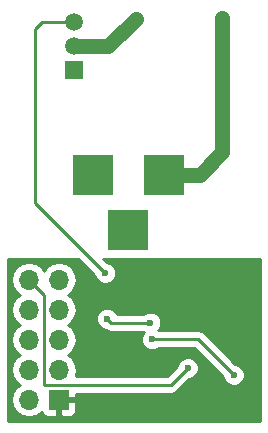
<source format=gbl>
G04 #@! TF.FileFunction,Copper,L2,Bot,Signal*
%FSLAX46Y46*%
G04 Gerber Fmt 4.6, Leading zero omitted, Abs format (unit mm)*
G04 Created by KiCad (PCBNEW 4.0.7-e1-6374~58~ubuntu16.04.1) date Sun Aug 13 09:38:41 2017*
%MOMM*%
%LPD*%
G01*
G04 APERTURE LIST*
%ADD10C,0.100000*%
%ADD11R,3.500000X3.500000*%
%ADD12R,1.500000X1.500000*%
%ADD13C,1.500000*%
%ADD14R,1.700000X1.700000*%
%ADD15O,1.700000X1.700000*%
%ADD16C,0.600000*%
%ADD17C,1.270000*%
%ADD18C,0.250000*%
%ADD19C,0.254000*%
G04 APERTURE END LIST*
D10*
D11*
X166370000Y-80010000D03*
X160370000Y-80010000D03*
X163370000Y-84710000D03*
D12*
X158750000Y-71120000D03*
D13*
X158750000Y-69120000D03*
X158750000Y-67120000D03*
D14*
X157480000Y-99060000D03*
D15*
X154940000Y-99060000D03*
X157480000Y-96520000D03*
X154940000Y-96520000D03*
X157480000Y-93980000D03*
X154940000Y-93980000D03*
X157480000Y-91440000D03*
X154940000Y-91440000D03*
X157480000Y-88900000D03*
X154940000Y-88900000D03*
D16*
X171323000Y-66723000D03*
X171323000Y-66723000D03*
X163997884Y-66797282D03*
X170180000Y-88900000D03*
X169949282Y-93020546D03*
X165224325Y-92547682D03*
X161544000Y-92202000D03*
X168398877Y-96394979D03*
X172291784Y-96984849D03*
X165364518Y-93969873D03*
X161408086Y-88353255D03*
D17*
X171323000Y-66723000D02*
X171323000Y-78077000D01*
X171323000Y-78077000D02*
X169390000Y-80010000D01*
X169390000Y-80010000D02*
X166370000Y-80010000D01*
X161675166Y-69120000D02*
X163997884Y-66797282D01*
X158750000Y-69120000D02*
X161675166Y-69120000D01*
D18*
X159004000Y-69088000D02*
X158750000Y-69088000D01*
X158750000Y-69088000D02*
X158750000Y-69120000D01*
X161889682Y-92547682D02*
X165224325Y-92547682D01*
X161544000Y-92202000D02*
X161889682Y-92547682D01*
X156210000Y-97790000D02*
X156229049Y-97809049D01*
X166984807Y-97809049D02*
X168398877Y-96394979D01*
X156210000Y-90170000D02*
X156210000Y-97790000D01*
X154940000Y-88900000D02*
X156210000Y-90170000D01*
X156229049Y-97809049D02*
X166984807Y-97809049D01*
X158750000Y-67120000D02*
X156087917Y-67120000D01*
X156087917Y-67120000D02*
X155484477Y-67723440D01*
X155484477Y-67723440D02*
X155484477Y-82429646D01*
X155484477Y-82429646D02*
X161408086Y-88353255D01*
X169276808Y-93969873D02*
X172291784Y-96984849D01*
X165364518Y-93969873D02*
X169276808Y-93969873D01*
D19*
G36*
X160472964Y-88492935D02*
X160472924Y-88538422D01*
X160614969Y-88882198D01*
X160877759Y-89145447D01*
X161221287Y-89288093D01*
X161593253Y-89288417D01*
X161937029Y-89146372D01*
X162200278Y-88883582D01*
X162342924Y-88540054D01*
X162343248Y-88168088D01*
X162201203Y-87824312D01*
X161938413Y-87561063D01*
X161594885Y-87418417D01*
X161548009Y-87418376D01*
X161251633Y-87122000D01*
X174498000Y-87122000D01*
X174498000Y-100890000D01*
X153162000Y-100890000D01*
X153162000Y-88900000D01*
X153425907Y-88900000D01*
X153538946Y-89468285D01*
X153860853Y-89950054D01*
X154190026Y-90170000D01*
X153860853Y-90389946D01*
X153538946Y-90871715D01*
X153425907Y-91440000D01*
X153538946Y-92008285D01*
X153860853Y-92490054D01*
X154190026Y-92710000D01*
X153860853Y-92929946D01*
X153538946Y-93411715D01*
X153425907Y-93980000D01*
X153538946Y-94548285D01*
X153860853Y-95030054D01*
X154190026Y-95250000D01*
X153860853Y-95469946D01*
X153538946Y-95951715D01*
X153425907Y-96520000D01*
X153538946Y-97088285D01*
X153860853Y-97570054D01*
X154190026Y-97790000D01*
X153860853Y-98009946D01*
X153538946Y-98491715D01*
X153425907Y-99060000D01*
X153538946Y-99628285D01*
X153860853Y-100110054D01*
X154342622Y-100431961D01*
X154910907Y-100545000D01*
X154969093Y-100545000D01*
X155537378Y-100431961D01*
X156019147Y-100110054D01*
X156023097Y-100104142D01*
X156091673Y-100269699D01*
X156270302Y-100448327D01*
X156503691Y-100545000D01*
X157194250Y-100545000D01*
X157353000Y-100386250D01*
X157353000Y-99187000D01*
X157607000Y-99187000D01*
X157607000Y-100386250D01*
X157765750Y-100545000D01*
X158456309Y-100545000D01*
X158689698Y-100448327D01*
X158868327Y-100269699D01*
X158965000Y-100036310D01*
X158965000Y-99345750D01*
X158806250Y-99187000D01*
X157607000Y-99187000D01*
X157353000Y-99187000D01*
X157333000Y-99187000D01*
X157333000Y-98933000D01*
X157353000Y-98933000D01*
X157353000Y-98913000D01*
X157607000Y-98913000D01*
X157607000Y-98933000D01*
X158806250Y-98933000D01*
X158965000Y-98774250D01*
X158965000Y-98569049D01*
X166984807Y-98569049D01*
X167275646Y-98511197D01*
X167522208Y-98346450D01*
X168538557Y-97330101D01*
X168584044Y-97330141D01*
X168927820Y-97188096D01*
X169191069Y-96925306D01*
X169333715Y-96581778D01*
X169334039Y-96209812D01*
X169191994Y-95866036D01*
X168929204Y-95602787D01*
X168585676Y-95460141D01*
X168213710Y-95459817D01*
X167869934Y-95601862D01*
X167606685Y-95864652D01*
X167464039Y-96208180D01*
X167463998Y-96255056D01*
X166670005Y-97049049D01*
X158888859Y-97049049D01*
X158994093Y-96520000D01*
X158881054Y-95951715D01*
X158559147Y-95469946D01*
X158229974Y-95250000D01*
X158559147Y-95030054D01*
X158881054Y-94548285D01*
X158994093Y-93980000D01*
X158881054Y-93411715D01*
X158559147Y-92929946D01*
X158229974Y-92710000D01*
X158559147Y-92490054D01*
X158627893Y-92387167D01*
X160608838Y-92387167D01*
X160750883Y-92730943D01*
X161013673Y-92994192D01*
X161357201Y-93136838D01*
X161429832Y-93136901D01*
X161598842Y-93249830D01*
X161889682Y-93307682D01*
X164661862Y-93307682D01*
X164683104Y-93328961D01*
X164572326Y-93439546D01*
X164429680Y-93783074D01*
X164429356Y-94155040D01*
X164571401Y-94498816D01*
X164834191Y-94762065D01*
X165177719Y-94904711D01*
X165549685Y-94905035D01*
X165893461Y-94762990D01*
X165926636Y-94729873D01*
X168962006Y-94729873D01*
X171356662Y-97124529D01*
X171356622Y-97170016D01*
X171498667Y-97513792D01*
X171761457Y-97777041D01*
X172104985Y-97919687D01*
X172476951Y-97920011D01*
X172820727Y-97777966D01*
X173083976Y-97515176D01*
X173226622Y-97171648D01*
X173226946Y-96799682D01*
X173084901Y-96455906D01*
X172822111Y-96192657D01*
X172478583Y-96050011D01*
X172431707Y-96049970D01*
X169814209Y-93432472D01*
X169567647Y-93267725D01*
X169276808Y-93209873D01*
X165926981Y-93209873D01*
X165905739Y-93188594D01*
X166016517Y-93078009D01*
X166159163Y-92734481D01*
X166159487Y-92362515D01*
X166017442Y-92018739D01*
X165754652Y-91755490D01*
X165411124Y-91612844D01*
X165039158Y-91612520D01*
X164695382Y-91754565D01*
X164662207Y-91787682D01*
X162384479Y-91787682D01*
X162337117Y-91673057D01*
X162074327Y-91409808D01*
X161730799Y-91267162D01*
X161358833Y-91266838D01*
X161015057Y-91408883D01*
X160751808Y-91671673D01*
X160609162Y-92015201D01*
X160608838Y-92387167D01*
X158627893Y-92387167D01*
X158881054Y-92008285D01*
X158994093Y-91440000D01*
X158881054Y-90871715D01*
X158559147Y-90389946D01*
X158229974Y-90170000D01*
X158559147Y-89950054D01*
X158881054Y-89468285D01*
X158994093Y-88900000D01*
X158881054Y-88331715D01*
X158559147Y-87849946D01*
X158077378Y-87528039D01*
X157509093Y-87415000D01*
X157450907Y-87415000D01*
X156882622Y-87528039D01*
X156400853Y-87849946D01*
X156210000Y-88135578D01*
X156019147Y-87849946D01*
X155537378Y-87528039D01*
X154969093Y-87415000D01*
X154910907Y-87415000D01*
X154342622Y-87528039D01*
X153860853Y-87849946D01*
X153538946Y-88331715D01*
X153425907Y-88900000D01*
X153162000Y-88900000D01*
X153162000Y-87122000D01*
X159102029Y-87122000D01*
X160472964Y-88492935D01*
X160472964Y-88492935D01*
G37*
X160472964Y-88492935D02*
X160472924Y-88538422D01*
X160614969Y-88882198D01*
X160877759Y-89145447D01*
X161221287Y-89288093D01*
X161593253Y-89288417D01*
X161937029Y-89146372D01*
X162200278Y-88883582D01*
X162342924Y-88540054D01*
X162343248Y-88168088D01*
X162201203Y-87824312D01*
X161938413Y-87561063D01*
X161594885Y-87418417D01*
X161548009Y-87418376D01*
X161251633Y-87122000D01*
X174498000Y-87122000D01*
X174498000Y-100890000D01*
X153162000Y-100890000D01*
X153162000Y-88900000D01*
X153425907Y-88900000D01*
X153538946Y-89468285D01*
X153860853Y-89950054D01*
X154190026Y-90170000D01*
X153860853Y-90389946D01*
X153538946Y-90871715D01*
X153425907Y-91440000D01*
X153538946Y-92008285D01*
X153860853Y-92490054D01*
X154190026Y-92710000D01*
X153860853Y-92929946D01*
X153538946Y-93411715D01*
X153425907Y-93980000D01*
X153538946Y-94548285D01*
X153860853Y-95030054D01*
X154190026Y-95250000D01*
X153860853Y-95469946D01*
X153538946Y-95951715D01*
X153425907Y-96520000D01*
X153538946Y-97088285D01*
X153860853Y-97570054D01*
X154190026Y-97790000D01*
X153860853Y-98009946D01*
X153538946Y-98491715D01*
X153425907Y-99060000D01*
X153538946Y-99628285D01*
X153860853Y-100110054D01*
X154342622Y-100431961D01*
X154910907Y-100545000D01*
X154969093Y-100545000D01*
X155537378Y-100431961D01*
X156019147Y-100110054D01*
X156023097Y-100104142D01*
X156091673Y-100269699D01*
X156270302Y-100448327D01*
X156503691Y-100545000D01*
X157194250Y-100545000D01*
X157353000Y-100386250D01*
X157353000Y-99187000D01*
X157607000Y-99187000D01*
X157607000Y-100386250D01*
X157765750Y-100545000D01*
X158456309Y-100545000D01*
X158689698Y-100448327D01*
X158868327Y-100269699D01*
X158965000Y-100036310D01*
X158965000Y-99345750D01*
X158806250Y-99187000D01*
X157607000Y-99187000D01*
X157353000Y-99187000D01*
X157333000Y-99187000D01*
X157333000Y-98933000D01*
X157353000Y-98933000D01*
X157353000Y-98913000D01*
X157607000Y-98913000D01*
X157607000Y-98933000D01*
X158806250Y-98933000D01*
X158965000Y-98774250D01*
X158965000Y-98569049D01*
X166984807Y-98569049D01*
X167275646Y-98511197D01*
X167522208Y-98346450D01*
X168538557Y-97330101D01*
X168584044Y-97330141D01*
X168927820Y-97188096D01*
X169191069Y-96925306D01*
X169333715Y-96581778D01*
X169334039Y-96209812D01*
X169191994Y-95866036D01*
X168929204Y-95602787D01*
X168585676Y-95460141D01*
X168213710Y-95459817D01*
X167869934Y-95601862D01*
X167606685Y-95864652D01*
X167464039Y-96208180D01*
X167463998Y-96255056D01*
X166670005Y-97049049D01*
X158888859Y-97049049D01*
X158994093Y-96520000D01*
X158881054Y-95951715D01*
X158559147Y-95469946D01*
X158229974Y-95250000D01*
X158559147Y-95030054D01*
X158881054Y-94548285D01*
X158994093Y-93980000D01*
X158881054Y-93411715D01*
X158559147Y-92929946D01*
X158229974Y-92710000D01*
X158559147Y-92490054D01*
X158627893Y-92387167D01*
X160608838Y-92387167D01*
X160750883Y-92730943D01*
X161013673Y-92994192D01*
X161357201Y-93136838D01*
X161429832Y-93136901D01*
X161598842Y-93249830D01*
X161889682Y-93307682D01*
X164661862Y-93307682D01*
X164683104Y-93328961D01*
X164572326Y-93439546D01*
X164429680Y-93783074D01*
X164429356Y-94155040D01*
X164571401Y-94498816D01*
X164834191Y-94762065D01*
X165177719Y-94904711D01*
X165549685Y-94905035D01*
X165893461Y-94762990D01*
X165926636Y-94729873D01*
X168962006Y-94729873D01*
X171356662Y-97124529D01*
X171356622Y-97170016D01*
X171498667Y-97513792D01*
X171761457Y-97777041D01*
X172104985Y-97919687D01*
X172476951Y-97920011D01*
X172820727Y-97777966D01*
X173083976Y-97515176D01*
X173226622Y-97171648D01*
X173226946Y-96799682D01*
X173084901Y-96455906D01*
X172822111Y-96192657D01*
X172478583Y-96050011D01*
X172431707Y-96049970D01*
X169814209Y-93432472D01*
X169567647Y-93267725D01*
X169276808Y-93209873D01*
X165926981Y-93209873D01*
X165905739Y-93188594D01*
X166016517Y-93078009D01*
X166159163Y-92734481D01*
X166159487Y-92362515D01*
X166017442Y-92018739D01*
X165754652Y-91755490D01*
X165411124Y-91612844D01*
X165039158Y-91612520D01*
X164695382Y-91754565D01*
X164662207Y-91787682D01*
X162384479Y-91787682D01*
X162337117Y-91673057D01*
X162074327Y-91409808D01*
X161730799Y-91267162D01*
X161358833Y-91266838D01*
X161015057Y-91408883D01*
X160751808Y-91671673D01*
X160609162Y-92015201D01*
X160608838Y-92387167D01*
X158627893Y-92387167D01*
X158881054Y-92008285D01*
X158994093Y-91440000D01*
X158881054Y-90871715D01*
X158559147Y-90389946D01*
X158229974Y-90170000D01*
X158559147Y-89950054D01*
X158881054Y-89468285D01*
X158994093Y-88900000D01*
X158881054Y-88331715D01*
X158559147Y-87849946D01*
X158077378Y-87528039D01*
X157509093Y-87415000D01*
X157450907Y-87415000D01*
X156882622Y-87528039D01*
X156400853Y-87849946D01*
X156210000Y-88135578D01*
X156019147Y-87849946D01*
X155537378Y-87528039D01*
X154969093Y-87415000D01*
X154910907Y-87415000D01*
X154342622Y-87528039D01*
X153860853Y-87849946D01*
X153538946Y-88331715D01*
X153425907Y-88900000D01*
X153162000Y-88900000D01*
X153162000Y-87122000D01*
X159102029Y-87122000D01*
X160472964Y-88492935D01*
M02*

</source>
